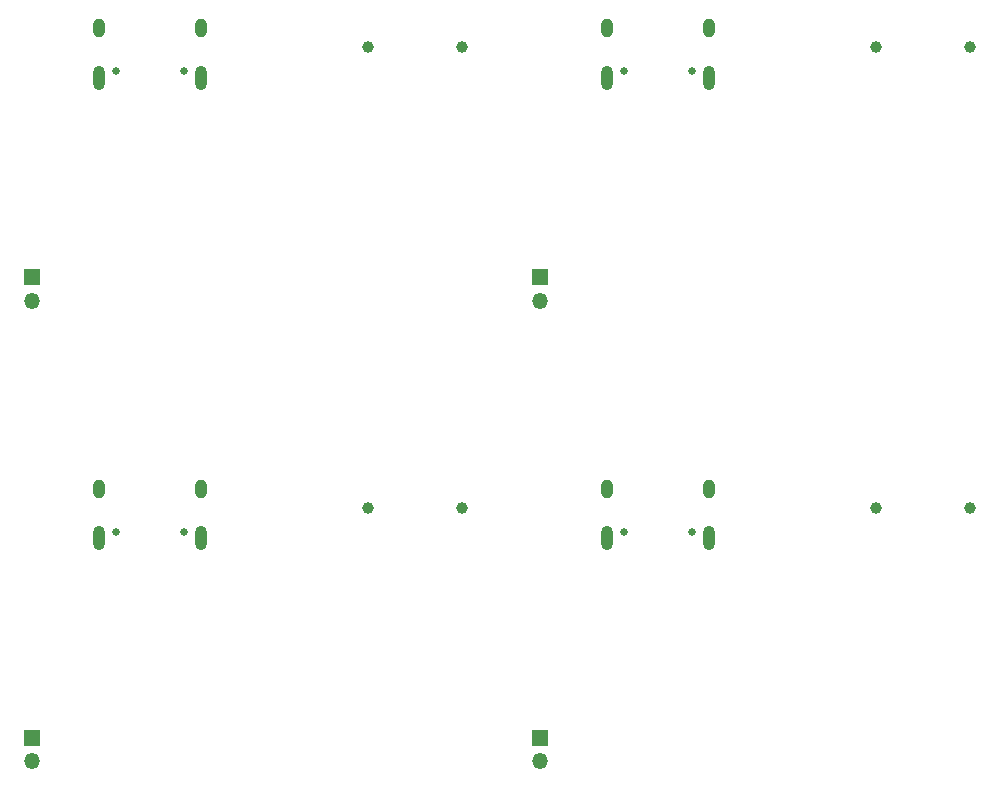
<source format=gbr>
%TF.GenerationSoftware,KiCad,Pcbnew,(6.0.7)*%
%TF.CreationDate,2023-02-26T08:18:57+08:00*%
%TF.ProjectId,Led_Control_Circuit_Panelization,4c65645f-436f-46e7-9472-6f6c5f436972,rev?*%
%TF.SameCoordinates,Original*%
%TF.FileFunction,Soldermask,Bot*%
%TF.FilePolarity,Negative*%
%FSLAX46Y46*%
G04 Gerber Fmt 4.6, Leading zero omitted, Abs format (unit mm)*
G04 Created by KiCad (PCBNEW (6.0.7)) date 2023-02-26 08:18:57*
%MOMM*%
%LPD*%
G01*
G04 APERTURE LIST*
%ADD10C,1.000000*%
%ADD11R,1.350000X1.350000*%
%ADD12O,1.350000X1.350000*%
%ADD13C,0.650000*%
%ADD14O,1.000000X1.600000*%
%ADD15O,1.000000X2.100000*%
G04 APERTURE END LIST*
D10*
%TO.C,Card4*%
X197450000Y-100022000D03*
X189450000Y-100025000D03*
%TD*%
D11*
%TO.C,TP4*%
X161000000Y-119500000D03*
D12*
X161000000Y-121500000D03*
%TD*%
D13*
%TO.C,J10*%
X173890000Y-102100000D03*
X168110000Y-102100000D03*
D14*
X175320000Y-98450000D03*
D15*
X166680000Y-102630000D03*
X175320000Y-102630000D03*
D14*
X166680000Y-98450000D03*
%TD*%
D10*
%TO.C,Card3*%
X154450000Y-100022000D03*
X146450000Y-100025000D03*
%TD*%
D11*
%TO.C,TP3*%
X118000000Y-119500000D03*
D12*
X118000000Y-121500000D03*
%TD*%
D13*
%TO.C,J7*%
X130890000Y-102100000D03*
X125110000Y-102100000D03*
D14*
X132320000Y-98450000D03*
D15*
X123680000Y-102630000D03*
X132320000Y-102630000D03*
D14*
X123680000Y-98450000D03*
%TD*%
D10*
%TO.C,Card2*%
X197450000Y-61022000D03*
X189450000Y-61025000D03*
%TD*%
D11*
%TO.C,TP2*%
X161000000Y-80500000D03*
D12*
X161000000Y-82500000D03*
%TD*%
D13*
%TO.C,J4*%
X173890000Y-63100000D03*
X168110000Y-63100000D03*
D14*
X175320000Y-59450000D03*
D15*
X166680000Y-63630000D03*
X175320000Y-63630000D03*
D14*
X166680000Y-59450000D03*
%TD*%
D10*
%TO.C,Card1*%
X154450000Y-61022000D03*
X146450000Y-61025000D03*
%TD*%
D11*
%TO.C,TP1*%
X118000000Y-80500000D03*
D12*
X118000000Y-82500000D03*
%TD*%
D13*
%TO.C,J1*%
X130890000Y-63100000D03*
X125110000Y-63100000D03*
D14*
X132320000Y-59450000D03*
D15*
X123680000Y-63630000D03*
X132320000Y-63630000D03*
D14*
X123680000Y-59450000D03*
%TD*%
M02*

</source>
